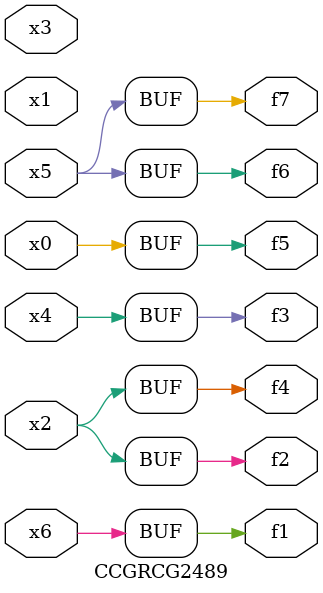
<source format=v>
module CCGRCG2489(
	input x0, x1, x2, x3, x4, x5, x6,
	output f1, f2, f3, f4, f5, f6, f7
);
	assign f1 = x6;
	assign f2 = x2;
	assign f3 = x4;
	assign f4 = x2;
	assign f5 = x0;
	assign f6 = x5;
	assign f7 = x5;
endmodule

</source>
